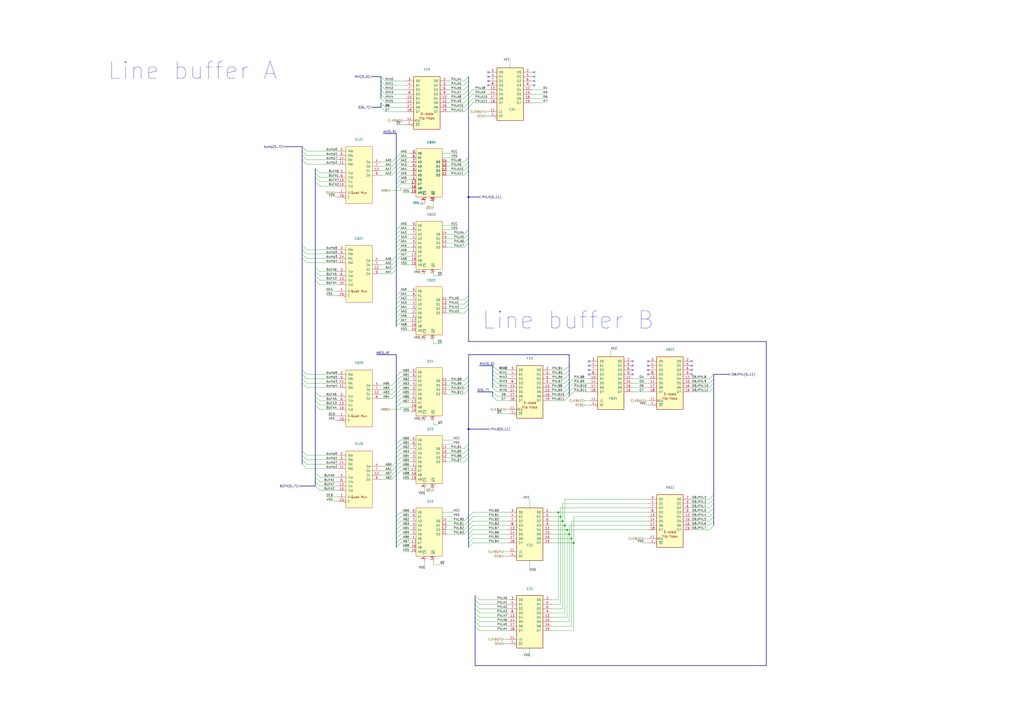
<source format=kicad_sch>
(kicad_sch (version 20211123) (generator eeschema)
  (paper "A2")
  (title_block (title "Kyukyoku Tiger -Bootleg-") (date "2022-04-29") (rev "J. Tejada") (company "JOTEGO") (comment 1 "JOTEGO"))
  (junction (at 327.66 304.8))
  (junction (at 330.2 309.88))
  (junction (at 325.12 299.72))
  (junction (at 271.78 248.92))
  (junction (at 332.74 314.96))
  (junction (at 323.85 297.18))
  (junction (at 271.78 114.3))
  (junction (at 328.93 307.34))
  (junction (at 331.47 312.42))
  (junction (at 326.39 302.26))
  (no_connect (at 283.21 49.53))
  (no_connect (at 367.03 212.09))
  (no_connect (at 309.88 44.45))
  (no_connect (at 283.21 46.99))
  (no_connect (at 341.63 217.17))
  (no_connect (at 375.92 214.63))
  (no_connect (at 375.92 212.09))
  (no_connect (at 309.88 46.99))
  (no_connect (at 401.32 209.55))
  (no_connect (at 341.63 214.63))
  (no_connect (at 341.63 212.09))
  (no_connect (at 309.88 49.53))
  (no_connect (at 401.32 212.09))
  (no_connect (at 283.21 41.91))
  (no_connect (at 401.32 214.63))
  (no_connect (at 375.92 209.55))
  (no_connect (at 401.32 217.17))
  (no_connect (at 375.92 217.17))
  (no_connect (at 309.88 41.91))
  (no_connect (at 367.03 217.17))
  (no_connect (at 341.63 209.55))
  (no_connect (at 283.21 44.45))
  (no_connect (at 367.03 209.55))
  (no_connect (at 367.03 214.63))
  (bus_entry (at 330.2 222.25) (size -2.54 2.54))
  (bus_entry (at 229.87 93.98) (size -2.54 2.54))
  (bus_entry (at 269.24 46.99) (size 2.54 -2.54))
  (bus_entry (at 271.78 171.45) (size -2.54 2.54))
  (bus_entry (at 288.29 214.63) (size -2.54 -2.54))
  (bus_entry (at 271.78 309.88) (size 2.54 -2.54))
  (bus_entry (at 271.78 218.44) (size -2.54 2.54))
  (bus_entry (at 175.26 266.7) (size 2.54 2.54))
  (bus_entry (at 223.52 46.99) (size -2.54 -2.54))
  (bus_entry (at 271.78 96.52) (size -2.54 2.54))
  (bus_entry (at 271.78 312.42) (size 2.54 -2.54))
  (bus_entry (at 271.78 49.53) (size -2.54 2.54))
  (bus_entry (at 229.87 140.97) (size 2.54 -2.54))
  (bus_entry (at 414.02 297.18) (size -2.54 2.54))
  (bus_entry (at 271.78 307.34) (size -2.54 2.54))
  (bus_entry (at 271.78 62.23) (size 2.54 -2.54))
  (bus_entry (at 185.42 162.56) (size -2.54 -2.54))
  (bus_entry (at 271.78 302.26) (size 2.54 -2.54))
  (bus_entry (at 229.87 148.59) (size -2.54 2.54))
  (bus_entry (at 414.02 299.72) (size -2.54 2.54))
  (bus_entry (at 229.87 231.14) (size 2.54 -2.54))
  (bus_entry (at 271.78 59.69) (size 2.54 -2.54))
  (bus_entry (at 229.87 218.44) (size 2.54 -2.54))
  (bus_entry (at 177.8 222.25) (size -2.54 -2.54))
  (bus_entry (at 185.42 276.86) (size -2.54 -2.54))
  (bus_entry (at 285.75 229.87) (size 2.54 2.54))
  (bus_entry (at 185.42 279.4) (size -2.54 -2.54))
  (bus_entry (at 185.42 105.41) (size -2.54 -2.54))
  (bus_entry (at 285.75 222.25) (size 2.54 2.54))
  (bus_entry (at 229.87 236.22) (size 2.54 -2.54))
  (bus_entry (at 185.42 234.95) (size -2.54 -2.54))
  (bus_entry (at 229.87 146.05) (size 2.54 -2.54))
  (bus_entry (at 414.02 289.56) (size -2.54 2.54))
  (bus_entry (at 220.98 62.23) (size 2.54 2.54))
  (bus_entry (at 229.87 273.05) (size 2.54 -2.54))
  (bus_entry (at 275.59 345.44) (size 2.54 2.54))
  (bus_entry (at 185.42 237.49) (size -2.54 -2.54))
  (bus_entry (at 229.87 138.43) (size 2.54 -2.54))
  (bus_entry (at 229.87 312.42) (size 2.54 -2.54))
  (bus_entry (at 177.8 224.79) (size -2.54 -2.54))
  (bus_entry (at 229.87 257.81) (size 2.54 -2.54))
  (bus_entry (at 271.78 262.89) (size -2.54 2.54))
  (bus_entry (at 229.87 106.68) (size 2.54 -2.54))
  (bus_entry (at 175.26 261.62) (size 2.54 2.54))
  (bus_entry (at 229.87 184.15) (size 2.54 -2.54))
  (bus_entry (at 269.24 140.97) (size 2.54 -2.54))
  (bus_entry (at 229.87 275.59) (size 2.54 -2.54))
  (bus_entry (at 229.87 273.05) (size -2.54 2.54))
  (bus_entry (at 185.42 102.87) (size -2.54 -2.54))
  (bus_entry (at 185.42 229.87) (size -2.54 -2.54))
  (bus_entry (at 220.98 59.69) (size 2.54 2.54))
  (bus_entry (at 275.59 360.68) (size 2.54 2.54))
  (bus_entry (at 229.87 233.68) (size 2.54 -2.54))
  (bus_entry (at 271.78 257.81) (size -2.54 2.54))
  (bus_entry (at 177.8 149.86) (size -2.54 -2.54))
  (bus_entry (at 227.33 226.06) (size 2.54 -2.54))
  (bus_entry (at 177.8 152.4) (size -2.54 -2.54))
  (bus_entry (at 414.02 217.17) (size -2.54 2.54))
  (bus_entry (at 229.87 275.59) (size -2.54 2.54))
  (bus_entry (at 269.24 138.43) (size 2.54 -2.54))
  (bus_entry (at 229.87 186.69) (size 2.54 -2.54))
  (bus_entry (at 271.78 91.44) (size -2.54 2.54))
  (bus_entry (at 229.87 171.45) (size 2.54 -2.54))
  (bus_entry (at 229.87 153.67) (size -2.54 2.54))
  (bus_entry (at 330.2 214.63) (size -2.54 2.54))
  (bus_entry (at 229.87 267.97) (size 2.54 -2.54))
  (bus_entry (at 414.02 302.26) (size -2.54 2.54))
  (bus_entry (at 220.98 46.99) (size 2.54 2.54))
  (bus_entry (at 229.87 265.43) (size 2.54 -2.54))
  (bus_entry (at 285.75 214.63) (size 2.54 2.54))
  (bus_entry (at 229.87 176.53) (size 2.54 -2.54))
  (bus_entry (at 271.78 93.98) (size -2.54 2.54))
  (bus_entry (at 185.42 100.33) (size -2.54 -2.54))
  (bus_entry (at 330.2 212.09) (size -2.54 2.54))
  (bus_entry (at 229.87 96.52) (size 2.54 -2.54))
  (bus_entry (at 275.59 358.14) (size 2.54 2.54))
  (bus_entry (at 271.78 223.52) (size -2.54 2.54))
  (bus_entry (at 175.26 87.63) (size 2.54 2.54))
  (bus_entry (at 414.02 219.71) (size -2.54 2.54))
  (bus_entry (at 229.87 307.34) (size 2.54 -2.54))
  (bus_entry (at 271.78 299.72) (size 2.54 -2.54))
  (bus_entry (at 271.78 220.98) (size -2.54 2.54))
  (bus_entry (at 229.87 267.97) (size -2.54 2.54))
  (bus_entry (at 185.42 157.48) (size -2.54 -2.54))
  (bus_entry (at 271.78 226.06) (size -2.54 2.54))
  (bus_entry (at 229.87 104.14) (size 2.54 -2.54))
  (bus_entry (at 229.87 228.6) (size 2.54 -2.54))
  (bus_entry (at 285.75 219.71) (size 2.54 2.54))
  (bus_entry (at 275.59 363.22) (size 2.54 2.54))
  (bus_entry (at 175.26 264.16) (size 2.54 2.54))
  (bus_entry (at 271.78 307.34) (size 2.54 -2.54))
  (bus_entry (at 271.78 46.99) (size -2.54 2.54))
  (bus_entry (at 330.2 217.17) (size -2.54 2.54))
  (bus_entry (at 185.42 281.94) (size -2.54 -2.54))
  (bus_entry (at 271.78 299.72) (size -2.54 2.54))
  (bus_entry (at 269.24 143.51) (size 2.54 -2.54))
  (bus_entry (at 229.87 260.35) (size 2.54 -2.54))
  (bus_entry (at 220.98 49.53) (size 2.54 2.54))
  (bus_entry (at 177.8 144.78) (size -2.54 -2.54))
  (bus_entry (at 229.87 220.98) (size 2.54 -2.54))
  (bus_entry (at 414.02 222.25) (size -2.54 2.54))
  (bus_entry (at 229.87 181.61) (size 2.54 -2.54))
  (bus_entry (at 229.87 317.5) (size 2.54 -2.54))
  (bus_entry (at 229.87 143.51) (size 2.54 -2.54))
  (bus_entry (at 269.24 135.89) (size 2.54 -2.54))
  (bus_entry (at 275.59 347.98) (size 2.54 2.54))
  (bus_entry (at 229.87 96.52) (size -2.54 2.54))
  (bus_entry (at 285.75 227.33) (size 2.54 2.54))
  (bus_entry (at 414.02 292.1) (size -2.54 2.54))
  (bus_entry (at 229.87 226.06) (size 2.54 -2.54))
  (bus_entry (at 220.98 52.07) (size 2.54 2.54))
  (bus_entry (at 229.87 133.35) (size 2.54 -2.54))
  (bus_entry (at 220.98 54.61) (size 2.54 2.54))
  (bus_entry (at 227.33 228.6) (size 2.54 -2.54))
  (bus_entry (at 271.78 314.96) (size 2.54 -2.54))
  (bus_entry (at 271.78 260.35) (size -2.54 2.54))
  (bus_entry (at 229.87 314.96) (size 2.54 -2.54))
  (bus_entry (at 275.59 350.52) (size 2.54 2.54))
  (bus_entry (at 177.8 217.17) (size -2.54 -2.54))
  (bus_entry (at 271.78 302.26) (size -2.54 2.54))
  (bus_entry (at 229.87 262.89) (size 2.54 -2.54))
  (bus_entry (at 271.78 52.07) (size -2.54 2.54))
  (bus_entry (at 330.2 219.71) (size -2.54 2.54))
  (bus_entry (at 220.98 57.15) (size 2.54 2.54))
  (bus_entry (at 332.74 222.25) (size -2.54 2.54))
  (bus_entry (at 229.87 91.44) (size 2.54 -2.54))
  (bus_entry (at 229.87 151.13) (size -2.54 2.54))
  (bus_entry (at 332.74 219.71) (size -2.54 2.54))
  (bus_entry (at 271.78 99.06) (size -2.54 2.54))
  (bus_entry (at 271.78 176.53) (size -2.54 2.54))
  (bus_entry (at 271.78 54.61) (size -2.54 2.54))
  (bus_entry (at 271.78 57.15) (size 2.54 -2.54))
  (bus_entry (at 271.78 54.61) (size 2.54 -2.54))
  (bus_entry (at 229.87 156.21) (size -2.54 2.54))
  (bus_entry (at 185.42 232.41) (size -2.54 -2.54))
  (bus_entry (at 229.87 302.26) (size 2.54 -2.54))
  (bus_entry (at 271.78 179.07) (size -2.54 2.54))
  (bus_entry (at 229.87 299.72) (size 2.54 -2.54))
  (bus_entry (at 229.87 173.99) (size 2.54 -2.54))
  (bus_entry (at 227.33 231.14) (size 2.54 -2.54))
  (bus_entry (at 414.02 287.02) (size -2.54 2.54))
  (bus_entry (at 414.02 304.8) (size -2.54 2.54))
  (bus_entry (at 271.78 59.69) (size -2.54 2.54))
  (bus_entry (at 227.33 223.52) (size 2.54 -2.54))
  (bus_entry (at 229.87 223.52) (size 2.54 -2.54))
  (bus_entry (at 229.87 99.06) (size -2.54 2.54))
  (bus_entry (at 414.02 294.64) (size -2.54 2.54))
  (bus_entry (at 177.8 147.32) (size -2.54 -2.54))
  (bus_entry (at 271.78 173.99) (size -2.54 2.54))
  (bus_entry (at 271.78 62.23) (size -2.54 2.54))
  (bus_entry (at 229.87 135.89) (size 2.54 -2.54))
  (bus_entry (at 285.75 224.79) (size 2.54 2.54))
  (bus_entry (at 229.87 148.59) (size 2.54 -2.54))
  (bus_entry (at 229.87 270.51) (size 2.54 -2.54))
  (bus_entry (at 175.26 92.71) (size 2.54 2.54))
  (bus_entry (at 330.2 224.79) (size -2.54 2.54))
  (bus_entry (at 275.59 353.06) (size 2.54 2.54))
  (bus_entry (at 185.42 107.95) (size -2.54 -2.54))
  (bus_entry (at 229.87 91.44) (size -2.54 2.54))
  (bus_entry (at 271.78 265.43) (size -2.54 2.54))
  (bus_entry (at 177.8 219.71) (size -2.54 -2.54))
  (bus_entry (at 175.26 85.09) (size 2.54 2.54))
  (bus_entry (at 229.87 109.22) (size 2.54 -2.54))
  (bus_entry (at 229.87 93.98) (size 2.54 -2.54))
  (bus_entry (at 285.75 217.17) (size 2.54 2.54))
  (bus_entry (at 229.87 151.13) (size 2.54 -2.54))
  (bus_entry (at 229.87 99.06) (size 2.54 -2.54))
  (bus_entry (at 229.87 309.88) (size 2.54 -2.54))
  (bus_entry (at 332.74 224.79) (size -2.54 2.54))
  (bus_entry (at 271.78 317.5) (size 2.54 -2.54))
  (bus_entry (at 414.02 224.79) (size -2.54 2.54))
  (bus_entry (at 330.2 227.33) (size -2.54 2.54))
  (bus_entry (at 229.87 270.51) (size -2.54 2.54))
  (bus_entry (at 175.26 90.17) (size 2.54 2.54))
  (bus_entry (at 185.42 165.1) (size -2.54 -2.54))
  (bus_entry (at 332.74 227.33) (size -2.54 2.54))
  (bus_entry (at 185.42 284.48) (size -2.54 -2.54))
  (bus_entry (at 271.78 57.15) (size -2.54 2.54))
  (bus_entry (at 229.87 101.6) (size 2.54 -2.54))
  (bus_entry (at 185.42 160.02) (size -2.54 -2.54))
  (bus_entry (at 229.87 304.8) (size 2.54 -2.54))
  (bus_entry (at 229.87 179.07) (size 2.54 -2.54))
  (bus_entry (at 271.78 304.8) (size 2.54 -2.54))
  (bus_entry (at 330.2 229.87) (size -2.54 2.54))
  (bus_entry (at 175.26 269.24) (size 2.54 2.54))
  (bus_entry (at 275.59 355.6) (size 2.54 2.54))
  (bus_entry (at 271.78 304.8) (size -2.54 2.54))
  (bus_entry (at 229.87 189.23) (size 2.54 -2.54))
  (wire (pts (xy 375.92 312.42) (xy 373.38 312.42)))
  (wire (pts (xy 220.98 223.52) (xy 227.33 223.52)))
  (bus (pts (xy 220.98 54.61) (xy 220.98 57.15)))
  (wire (pts (xy 220.98 231.14) (xy 227.33 231.14)))
  (wire (pts (xy 185.42 276.86) (xy 195.58 276.86)))
  (wire (pts (xy 327.66 227.33) (xy 320.04 227.33)))
  (bus (pts (xy 414.02 217.17) (xy 422.91 217.17)))
  (bus (pts (xy 229.87 309.88) (xy 229.87 312.42)))
  (bus (pts (xy 271.78 205.74) (xy 330.2 205.74)))
  (wire (pts (xy 223.52 49.53) (xy 234.95 49.53)))
  (wire (pts (xy 185.42 232.41) (xy 195.58 232.41)))
  (wire (pts (xy 251.46 325.12) (xy 251.46 327.66)))
  (bus (pts (xy 271.78 138.43) (xy 271.78 140.97)))
  (wire (pts (xy 185.42 102.87) (xy 195.58 102.87)))
  (wire (pts (xy 259.08 176.53) (xy 269.24 176.53)))
  (wire (pts (xy 232.41 215.9) (xy 238.76 215.9)))
  (bus (pts (xy 414.02 294.64) (xy 414.02 297.18)))
  (wire (pts (xy 227.33 158.75) (xy 220.98 158.75)))
  (wire (pts (xy 328.93 307.34) (xy 320.04 307.34)))
  (wire (pts (xy 256.54 257.81) (xy 262.89 257.81)))
  (wire (pts (xy 331.47 312.42) (xy 331.47 363.22)))
  (wire (pts (xy 220.98 228.6) (xy 227.33 228.6)))
  (bus (pts (xy 220.98 46.99) (xy 220.98 49.53)))
  (wire (pts (xy 256.54 91.44) (xy 265.43 91.44)))
  (wire (pts (xy 332.74 299.72) (xy 332.74 314.96)))
  (bus (pts (xy 271.78 114.3) (xy 271.78 133.35)))
  (bus (pts (xy 175.26 144.78) (xy 175.26 147.32)))
  (bus (pts (xy 285.75 227.33) (xy 285.75 229.87)))
  (wire (pts (xy 320.04 214.63) (xy 327.66 214.63)))
  (wire (pts (xy 185.42 234.95) (xy 195.58 234.95)))
  (bus (pts (xy 229.87 109.22) (xy 229.87 133.35)))
  (wire (pts (xy 269.24 62.23) (xy 260.35 62.23)))
  (wire (pts (xy 233.68 275.59) (xy 238.76 275.59)))
  (wire (pts (xy 232.41 99.06) (xy 238.76 99.06)))
  (wire (pts (xy 332.74 314.96) (xy 332.74 365.76)))
  (bus (pts (xy 414.02 219.71) (xy 414.02 222.25)))
  (wire (pts (xy 354.33 207.01) (xy 354.33 203.2)))
  (wire (pts (xy 232.41 93.98) (xy 238.76 93.98)))
  (bus (pts (xy 275.59 355.6) (xy 275.59 358.14)))
  (wire (pts (xy 330.2 309.88) (xy 330.2 360.68)))
  (wire (pts (xy 185.42 162.56) (xy 195.58 162.56)))
  (bus (pts (xy 271.78 46.99) (xy 271.78 49.53)))
  (bus (pts (xy 175.26 214.63) (xy 175.26 217.17)))
  (bus (pts (xy 414.02 217.17) (xy 414.02 219.71)))
  (wire (pts (xy 331.47 363.22) (xy 320.04 363.22)))
  (bus (pts (xy 271.78 218.44) (xy 271.78 220.98)))
  (wire (pts (xy 325.12 294.64) (xy 325.12 299.72)))
  (wire (pts (xy 232.41 228.6) (xy 238.76 228.6)))
  (wire (pts (xy 323.85 297.18) (xy 323.85 347.98)))
  (wire (pts (xy 274.32 307.34) (xy 294.64 307.34)))
  (wire (pts (xy 401.32 224.79) (xy 411.48 224.79)))
  (bus (pts (xy 330.2 214.63) (xy 330.2 217.17)))
  (wire (pts (xy 374.65 232.41) (xy 375.92 232.41)))
  (bus (pts (xy 229.87 314.96) (xy 229.87 317.5)))
  (bus (pts (xy 229.87 138.43) (xy 229.87 140.97)))
  (wire (pts (xy 288.29 240.03) (xy 294.64 240.03)))
  (bus (pts (xy 182.88 276.86) (xy 182.88 279.4)))
  (wire (pts (xy 332.74 219.71) (xy 341.63 219.71)))
  (bus (pts (xy 229.87 304.8) (xy 229.87 307.34)))
  (bus (pts (xy 330.2 212.09) (xy 330.2 214.63)))
  (wire (pts (xy 232.41 314.96) (xy 238.76 314.96)))
  (wire (pts (xy 232.41 226.06) (xy 238.76 226.06)))
  (wire (pts (xy 256.54 130.81) (xy 265.43 130.81)))
  (wire (pts (xy 308.61 41.91) (xy 309.88 41.91)))
  (bus (pts (xy 414.02 302.26) (xy 414.02 304.8)))
  (wire (pts (xy 220.98 270.51) (xy 227.33 270.51)))
  (wire (pts (xy 320.04 222.25) (xy 327.66 222.25)))
  (bus (pts (xy 414.02 292.1) (xy 414.02 294.64)))
  (wire (pts (xy 223.52 64.77) (xy 234.95 64.77)))
  (wire (pts (xy 177.8 264.16) (xy 195.58 264.16)))
  (wire (pts (xy 401.32 227.33) (xy 411.48 227.33)))
  (wire (pts (xy 328.93 358.14) (xy 320.04 358.14)))
  (bus (pts (xy 330.2 217.17) (xy 330.2 219.71)))
  (wire (pts (xy 189.23 288.29) (xy 195.58 288.29)))
  (bus (pts (xy 271.78 49.53) (xy 271.78 52.07)))
  (bus (pts (xy 182.88 234.95) (xy 182.88 274.32)))
  (wire (pts (xy 232.41 233.68) (xy 238.76 233.68)))
  (wire (pts (xy 232.41 179.07) (xy 238.76 179.07)))
  (wire (pts (xy 232.41 91.44) (xy 238.76 91.44)))
  (wire (pts (xy 401.32 294.64) (xy 411.48 294.64)))
  (bus (pts (xy 220.98 44.45) (xy 220.98 46.99)))
  (wire (pts (xy 246.38 196.85) (xy 243.84 196.85)))
  (wire (pts (xy 320.04 314.96) (xy 332.74 314.96)))
  (wire (pts (xy 274.32 312.42) (xy 294.64 312.42)))
  (wire (pts (xy 232.41 299.72) (xy 238.76 299.72)))
  (bus (pts (xy 175.26 92.71) (xy 175.26 142.24)))
  (wire (pts (xy 260.35 46.99) (xy 269.24 46.99)))
  (wire (pts (xy 232.41 267.97) (xy 238.76 267.97)))
  (wire (pts (xy 328.93 307.34) (xy 375.92 307.34)))
  (bus (pts (xy 215.9 44.45) (xy 220.98 44.45)))
  (wire (pts (xy 246.38 158.75) (xy 243.84 158.75)))
  (bus (pts (xy 285.75 222.25) (xy 285.75 224.79)))
  (bus (pts (xy 271.78 299.72) (xy 271.78 302.26)))
  (wire (pts (xy 177.8 271.78) (xy 195.58 271.78)))
  (wire (pts (xy 232.41 236.22) (xy 238.76 236.22)))
  (wire (pts (xy 308.61 52.07) (xy 314.96 52.07)))
  (wire (pts (xy 232.41 297.18) (xy 238.76 297.18)))
  (bus (pts (xy 182.88 229.87) (xy 182.88 232.41)))
  (bus (pts (xy 229.87 307.34) (xy 229.87 309.88)))
  (wire (pts (xy 232.41 273.05) (xy 238.76 273.05)))
  (wire (pts (xy 177.8 87.63) (xy 195.58 87.63)))
  (wire (pts (xy 278.13 350.52) (xy 294.64 350.52)))
  (wire (pts (xy 223.52 62.23) (xy 234.95 62.23)))
  (wire (pts (xy 411.48 307.34) (xy 401.32 307.34)))
  (bus (pts (xy 229.87 228.6) (xy 229.87 231.14)))
  (wire (pts (xy 232.41 168.91) (xy 238.76 168.91)))
  (wire (pts (xy 177.8 144.78) (xy 195.58 144.78)))
  (bus (pts (xy 229.87 236.22) (xy 229.87 257.81)))
  (wire (pts (xy 278.13 365.76) (xy 294.64 365.76)))
  (bus (pts (xy 182.88 279.4) (xy 182.88 281.94)))
  (wire (pts (xy 232.41 110.49) (xy 226.06 110.49)))
  (wire (pts (xy 320.04 299.72) (xy 325.12 299.72)))
  (bus (pts (xy 229.87 101.6) (xy 229.87 104.14)))
  (bus (pts (xy 271.78 262.89) (xy 271.78 265.43)))
  (bus (pts (xy 182.88 157.48) (xy 182.88 160.02)))
  (wire (pts (xy 259.08 179.07) (xy 269.24 179.07)))
  (wire (pts (xy 194.31 111.76) (xy 195.58 111.76)))
  (wire (pts (xy 269.24 135.89) (xy 259.08 135.89)))
  (wire (pts (xy 251.46 243.84) (xy 251.46 246.38)))
  (wire (pts (xy 269.24 57.15) (xy 260.35 57.15)))
  (wire (pts (xy 177.8 152.4) (xy 195.58 152.4)))
  (wire (pts (xy 278.13 360.68) (xy 294.64 360.68)))
  (bus (pts (xy 271.78 44.45) (xy 271.78 46.99)))
  (bus (pts (xy 271.78 304.8) (xy 271.78 307.34)))
  (bus (pts (xy 229.87 302.26) (xy 229.87 304.8)))
  (wire (pts (xy 232.41 220.98) (xy 238.76 220.98)))
  (wire (pts (xy 232.41 143.51) (xy 238.76 143.51)))
  (wire (pts (xy 292.1 322.58) (xy 294.64 322.58)))
  (wire (pts (xy 341.63 234.95) (xy 339.09 234.95)))
  (bus (pts (xy 275.59 347.98) (xy 275.59 350.52)))
  (wire (pts (xy 259.08 262.89) (xy 269.24 262.89)))
  (wire (pts (xy 259.08 267.97) (xy 269.24 267.97)))
  (wire (pts (xy 375.92 314.96) (xy 373.38 314.96)))
  (wire (pts (xy 185.42 157.48) (xy 195.58 157.48)))
  (wire (pts (xy 320.04 309.88) (xy 330.2 309.88)))
  (wire (pts (xy 269.24 59.69) (xy 260.35 59.69)))
  (bus (pts (xy 229.87 143.51) (xy 229.87 146.05)))
  (bus (pts (xy 275.59 350.52) (xy 275.59 353.06)))
  (wire (pts (xy 232.41 265.43) (xy 238.76 265.43)))
  (bus (pts (xy 229.87 153.67) (xy 229.87 156.21)))
  (bus (pts (xy 175.26 222.25) (xy 175.26 261.62)))
  (wire (pts (xy 294.64 373.38) (xy 292.1 373.38)))
  (wire (pts (xy 331.47 312.42) (xy 320.04 312.42)))
  (wire (pts (xy 288.29 217.17) (xy 294.64 217.17)))
  (bus (pts (xy 182.88 100.33) (xy 182.88 102.87)))
  (bus (pts (xy 175.26 149.86) (xy 175.26 214.63)))
  (wire (pts (xy 232.41 148.59) (xy 238.76 148.59)))
  (wire (pts (xy 294.64 370.84) (xy 292.1 370.84)))
  (wire (pts (xy 259.08 302.26) (xy 269.24 302.26)))
  (bus (pts (xy 229.87 262.89) (xy 229.87 265.43)))
  (wire (pts (xy 232.41 171.45) (xy 238.76 171.45)))
  (wire (pts (xy 256.54 299.72) (xy 262.89 299.72)))
  (wire (pts (xy 259.08 260.35) (xy 269.24 260.35)))
  (bus (pts (xy 229.87 173.99) (xy 229.87 176.53)))
  (bus (pts (xy 275.59 353.06) (xy 275.59 355.6)))
  (wire (pts (xy 269.24 223.52) (xy 259.08 223.52)))
  (wire (pts (xy 323.85 297.18) (xy 320.04 297.18)))
  (wire (pts (xy 259.08 307.34) (xy 269.24 307.34)))
  (bus (pts (xy 330.2 224.79) (xy 330.2 227.33)))
  (wire (pts (xy 223.52 57.15) (xy 234.95 57.15)))
  (wire (pts (xy 259.08 93.98) (xy 269.24 93.98)))
  (bus (pts (xy 271.78 314.96) (xy 271.78 317.5)))
  (wire (pts (xy 256.54 255.27) (xy 262.89 255.27)))
  (bus (pts (xy 285.75 219.71) (xy 285.75 222.25)))
  (bus (pts (xy 414.02 289.56) (xy 414.02 292.1)))
  (wire (pts (xy 177.8 149.86) (xy 195.58 149.86)))
  (wire (pts (xy 220.98 226.06) (xy 227.33 226.06)))
  (bus (pts (xy 229.87 176.53) (xy 229.87 179.07)))
  (wire (pts (xy 259.08 101.6) (xy 269.24 101.6)))
  (wire (pts (xy 223.52 59.69) (xy 234.95 59.69)))
  (wire (pts (xy 185.42 237.49) (xy 195.58 237.49)))
  (wire (pts (xy 220.98 275.59) (xy 227.33 275.59)))
  (wire (pts (xy 255.27 327.66) (xy 251.46 327.66)))
  (wire (pts (xy 233.68 238.76) (xy 238.76 238.76)))
  (bus (pts (xy 271.78 223.52) (xy 271.78 226.06)))
  (bus (pts (xy 271.78 179.07) (xy 271.78 198.12)))
  (bus (pts (xy 175.26 85.09) (xy 175.26 87.63)))
  (wire (pts (xy 328.93 307.34) (xy 328.93 358.14)))
  (wire (pts (xy 259.08 173.99) (xy 269.24 173.99)))
  (bus (pts (xy 175.26 264.16) (xy 175.26 266.7)))
  (wire (pts (xy 375.92 292.1) (xy 326.39 292.1)))
  (wire (pts (xy 256.54 160.02) (xy 251.46 160.02)))
  (bus (pts (xy 330.2 222.25) (xy 330.2 224.79)))
  (bus (pts (xy 271.78 140.97) (xy 271.78 171.45)))
  (wire (pts (xy 278.13 363.22) (xy 294.64 363.22)))
  (bus (pts (xy 229.87 265.43) (xy 229.87 267.97)))
  (wire (pts (xy 283.21 59.69) (xy 274.32 59.69)))
  (wire (pts (xy 288.29 222.25) (xy 294.64 222.25)))
  (bus (pts (xy 229.87 171.45) (xy 229.87 173.99)))
  (bus (pts (xy 229.87 99.06) (xy 229.87 101.6)))
  (wire (pts (xy 232.41 184.15) (xy 238.76 184.15)))
  (wire (pts (xy 308.61 44.45) (xy 309.88 44.45)))
  (wire (pts (xy 260.35 52.07) (xy 269.24 52.07)))
  (wire (pts (xy 307.34 375.92) (xy 307.34 381)))
  (wire (pts (xy 185.42 105.41) (xy 195.58 105.41)))
  (wire (pts (xy 232.41 135.89) (xy 238.76 135.89)))
  (bus (pts (xy 229.87 186.69) (xy 229.87 189.23)))
  (bus (pts (xy 182.88 105.41) (xy 182.88 154.94)))
  (wire (pts (xy 375.92 294.64) (xy 325.12 294.64)))
  (wire (pts (xy 177.8 147.32) (xy 195.58 147.32)))
  (wire (pts (xy 227.33 93.98) (xy 220.98 93.98)))
  (bus (pts (xy 229.87 275.59) (xy 229.87 299.72)))
  (wire (pts (xy 243.84 243.84) (xy 246.38 243.84)))
  (bus (pts (xy 229.87 223.52) (xy 229.87 226.06)))
  (wire (pts (xy 232.41 88.9) (xy 238.76 88.9)))
  (wire (pts (xy 185.42 284.48) (xy 195.58 284.48)))
  (wire (pts (xy 331.47 302.26) (xy 375.92 302.26)))
  (wire (pts (xy 325.12 350.52) (xy 320.04 350.52)))
  (bus (pts (xy 229.87 104.14) (xy 229.87 106.68)))
  (wire (pts (xy 274.32 299.72) (xy 294.64 299.72)))
  (bus (pts (xy 275.59 363.22) (xy 275.59 386.08)))
  (bus (pts (xy 271.78 54.61) (xy 271.78 57.15)))
  (bus (pts (xy 285.75 217.17) (xy 285.75 219.71)))
  (bus (pts (xy 229.87 151.13) (xy 229.87 153.67)))
  (wire (pts (xy 177.8 92.71) (xy 195.58 92.71)))
  (wire (pts (xy 185.42 100.33) (xy 195.58 100.33)))
  (wire (pts (xy 246.38 325.12) (xy 246.38 330.2)))
  (bus (pts (xy 414.02 299.72) (xy 414.02 302.26)))
  (wire (pts (xy 223.52 54.61) (xy 234.95 54.61)))
  (wire (pts (xy 227.33 99.06) (xy 220.98 99.06)))
  (bus (pts (xy 229.87 148.59) (xy 229.87 151.13)))
  (wire (pts (xy 332.74 224.79) (xy 341.63 224.79)))
  (wire (pts (xy 367.03 222.25) (xy 375.92 222.25)))
  (bus (pts (xy 175.26 219.71) (xy 175.26 222.25)))
  (wire (pts (xy 251.46 246.38) (xy 254 246.38)))
  (wire (pts (xy 288.29 214.63) (xy 294.64 214.63)))
  (bus (pts (xy 175.26 266.7) (xy 175.26 269.24)))
  (wire (pts (xy 177.8 90.17) (xy 195.58 90.17)))
  (wire (pts (xy 185.42 279.4) (xy 195.58 279.4)))
  (wire (pts (xy 308.61 46.99) (xy 309.88 46.99)))
  (wire (pts (xy 411.48 302.26) (xy 401.32 302.26)))
  (wire (pts (xy 259.08 265.43) (xy 269.24 265.43)))
  (bus (pts (xy 182.88 227.33) (xy 182.88 229.87)))
  (bus (pts (xy 271.78 96.52) (xy 271.78 99.06)))
  (bus (pts (xy 278.13 114.3) (xy 271.78 114.3)))
  (wire (pts (xy 401.32 222.25) (xy 411.48 222.25)))
  (bus (pts (xy 271.78 171.45) (xy 271.78 173.99)))
  (wire (pts (xy 330.2 309.88) (xy 330.2 304.8)))
  (wire (pts (xy 232.41 304.8) (xy 238.76 304.8)))
  (wire (pts (xy 327.66 232.41) (xy 320.04 232.41)))
  (wire (pts (xy 269.24 143.51) (xy 259.08 143.51)))
  (bus (pts (xy 229.87 91.44) (xy 229.87 93.98)))
  (wire (pts (xy 259.08 96.52) (xy 269.24 96.52)))
  (wire (pts (xy 283.21 64.77) (xy 281.94 64.77)))
  (wire (pts (xy 260.35 54.61) (xy 269.24 54.61)))
  (bus (pts (xy 271.78 307.34) (xy 271.78 309.88)))
  (wire (pts (xy 220.98 273.05) (xy 227.33 273.05)))
  (wire (pts (xy 278.13 358.14) (xy 294.64 358.14)))
  (wire (pts (xy 232.41 302.26) (xy 238.76 302.26)))
  (wire (pts (xy 229.87 72.39) (xy 234.95 72.39)))
  (wire (pts (xy 293.37 237.49) (xy 294.64 237.49)))
  (bus (pts (xy 229.87 133.35) (xy 229.87 135.89)))
  (bus (pts (xy 278.13 212.09) (xy 285.75 212.09)))
  (wire (pts (xy 323.85 297.18) (xy 375.92 297.18)))
  (wire (pts (xy 269.24 140.97) (xy 259.08 140.97)))
  (wire (pts (xy 295.91 39.37) (xy 295.91 35.56)))
  (bus (pts (xy 229.87 226.06) (xy 229.87 228.6)))
  (wire (pts (xy 193.04 290.83) (xy 195.58 290.83)))
  (bus (pts (xy 229.87 106.68) (xy 229.87 109.22)))
  (wire (pts (xy 367.03 219.71) (xy 375.92 219.71)))
  (wire (pts (xy 177.8 224.79) (xy 195.58 224.79)))
  (bus (pts (xy 220.98 59.69) (xy 220.98 62.23)))
  (wire (pts (xy 260.35 49.53) (xy 269.24 49.53)))
  (wire (pts (xy 411.48 299.72) (xy 401.32 299.72)))
  (wire (pts (xy 194.31 243.84) (xy 195.58 243.84)))
  (wire (pts (xy 320.04 302.26) (xy 326.39 302.26)))
  (wire (pts (xy 326.39 292.1) (xy 326.39 302.26)))
  (wire (pts (xy 223.52 52.07) (xy 234.95 52.07)))
  (bus (pts (xy 444.5 198.12) (xy 444.5 386.08)))
  (wire (pts (xy 177.8 266.7) (xy 195.58 266.7)))
  (wire (pts (xy 307.34 325.12) (xy 307.34 331.47)))
  (wire (pts (xy 308.61 59.69) (xy 314.96 59.69)))
  (bus (pts (xy 229.87 205.74) (xy 218.44 205.74)))
  (bus (pts (xy 229.87 96.52) (xy 229.87 99.06)))
  (bus (pts (xy 330.2 205.74) (xy 330.2 212.09)))
  (wire (pts (xy 185.42 281.94) (xy 195.58 281.94)))
  (wire (pts (xy 177.8 95.25) (xy 195.58 95.25)))
  (bus (pts (xy 229.87 156.21) (xy 229.87 171.45)))
  (bus (pts (xy 182.88 154.94) (xy 182.88 157.48)))
  (wire (pts (xy 232.41 153.67) (xy 238.76 153.67)))
  (bus (pts (xy 271.78 52.07) (xy 271.78 54.61)))
  (bus (pts (xy 229.87 179.07) (xy 229.87 181.61)))
  (wire (pts (xy 274.32 302.26) (xy 294.64 302.26)))
  (wire (pts (xy 326.39 353.06) (xy 320.04 353.06)))
  (bus (pts (xy 271.78 62.23) (xy 271.78 91.44)))
  (wire (pts (xy 269.24 226.06) (xy 259.08 226.06)))
  (bus (pts (xy 182.88 160.02) (xy 182.88 162.56)))
  (wire (pts (xy 269.24 64.77) (xy 260.35 64.77)))
  (wire (pts (xy 246.38 118.11) (xy 246.38 116.84)))
  (bus (pts (xy 271.78 205.74) (xy 271.78 218.44)))
  (wire (pts (xy 227.33 156.21) (xy 220.98 156.21)))
  (bus (pts (xy 229.87 273.05) (xy 229.87 275.59)))
  (wire (pts (xy 232.41 270.51) (xy 238.76 270.51)))
  (wire (pts (xy 185.42 165.1) (xy 195.58 165.1)))
  (bus (pts (xy 271.78 265.43) (xy 271.78 299.72)))
  (wire (pts (xy 308.61 54.61) (xy 314.96 54.61)))
  (wire (pts (xy 274.32 297.18) (xy 294.64 297.18)))
  (wire (pts (xy 283.21 67.31) (xy 281.94 67.31)))
  (bus (pts (xy 175.26 142.24) (xy 175.26 144.78)))
  (bus (pts (xy 229.87 93.98) (xy 229.87 96.52)))
  (wire (pts (xy 288.29 227.33) (xy 294.64 227.33)))
  (wire (pts (xy 227.33 151.13) (xy 220.98 151.13)))
  (bus (pts (xy 229.87 267.97) (xy 229.87 270.51)))
  (wire (pts (xy 288.29 224.79) (xy 294.64 224.79)))
  (wire (pts (xy 185.42 160.02) (xy 195.58 160.02)))
  (bus (pts (xy 220.98 52.07) (xy 220.98 54.61)))
  (wire (pts (xy 185.42 229.87) (xy 195.58 229.87)))
  (bus (pts (xy 271.78 312.42) (xy 271.78 314.96)))
  (bus (pts (xy 271.78 198.12) (xy 444.5 198.12)))
  (wire (pts (xy 190.5 241.3) (xy 195.58 241.3)))
  (bus (pts (xy 271.78 93.98) (xy 271.78 96.52)))
  (bus (pts (xy 229.87 231.14) (xy 229.87 233.68)))
  (bus (pts (xy 271.78 91.44) (xy 271.78 93.98)))
  (bus (pts (xy 182.88 232.41) (xy 182.88 234.95)))
  (wire (pts (xy 194.31 114.3) (xy 195.58 114.3)))
  (wire (pts (xy 341.63 232.41) (xy 339.09 232.41)))
  (wire (pts (xy 251.46 196.85) (xy 251.46 199.39)))
  (bus (pts (xy 229.87 218.44) (xy 229.87 220.98)))
  (wire (pts (xy 232.41 176.53) (xy 238.76 176.53)))
  (wire (pts (xy 251.46 116.84) (xy 251.46 120.65)))
  (wire (pts (xy 274.32 309.88) (xy 294.64 309.88)))
  (wire (pts (xy 232.41 104.14) (xy 238.76 104.14)))
  (wire (pts (xy 401.32 292.1) (xy 411.48 292.1)))
  (wire (pts (xy 278.13 347.98) (xy 294.64 347.98)))
  (wire (pts (xy 232.41 218.44) (xy 238.76 218.44)))
  (wire (pts (xy 232.41 151.13) (xy 238.76 151.13)))
  (wire (pts (xy 256.54 88.9) (xy 265.43 88.9)))
  (wire (pts (xy 320.04 365.76) (xy 332.74 365.76)))
  (wire (pts (xy 259.08 309.88) (xy 269.24 309.88)))
  (wire (pts (xy 251.46 283.21) (xy 251.46 284.48)))
  (wire (pts (xy 374.65 234.95) (xy 375.92 234.95)))
  (bus (pts (xy 414.02 287.02) (xy 414.02 289.56)))
  (bus (pts (xy 220.98 62.23) (xy 215.9 62.23)))
  (wire (pts (xy 232.41 109.22) (xy 238.76 109.22)))
  (wire (pts (xy 292.1 320.04) (xy 294.64 320.04)))
  (wire (pts (xy 232.41 236.22) (xy 232.41 237.49)))
  (wire (pts (xy 232.41 140.97) (xy 238.76 140.97)))
  (wire (pts (xy 256.54 133.35) (xy 265.43 133.35)))
  (bus (pts (xy 229.87 77.47) (xy 229.87 91.44)))
  (wire (pts (xy 223.52 46.99) (xy 234.95 46.99)))
  (wire (pts (xy 288.29 232.41) (xy 294.64 232.41)))
  (wire (pts (xy 232.41 231.14) (xy 238.76 231.14)))
  (wire (pts (xy 274.32 304.8) (xy 294.64 304.8)))
  (bus (pts (xy 271.78 220.98) (xy 271.78 223.52)))
  (wire (pts (xy 308.61 49.53) (xy 309.88 49.53)))
  (wire (pts (xy 232.41 96.52) (xy 238.76 96.52)))
  (bus (pts (xy 182.88 281.94) (xy 173.99 281.94)))
  (wire (pts (xy 232.41 189.23) (xy 238.76 189.23)))
  (bus (pts (xy 229.87 135.89) (xy 229.87 138.43)))
  (bus (pts (xy 182.88 274.32) (xy 182.88 276.86)))
  (wire (pts (xy 232.41 173.99) (xy 238.76 173.99)))
  (bus (pts (xy 330.2 219.71) (xy 330.2 222.25)))
  (wire (pts (xy 320.04 217.17) (xy 327.66 217.17)))
  (wire (pts (xy 367.03 227.33) (xy 375.92 227.33)))
  (bus (pts (xy 275.59 345.44) (xy 275.59 347.98)))
  (wire (pts (xy 232.41 260.35) (xy 238.76 260.35)))
  (bus (pts (xy 271.78 176.53) (xy 271.78 179.07)))
  (bus (pts (xy 229.87 312.42) (xy 229.87 314.96)))
  (wire (pts (xy 278.13 355.6) (xy 294.64 355.6)))
  (wire (pts (xy 220.98 278.13) (xy 227.33 278.13)))
  (bus (pts (xy 175.26 261.62) (xy 175.26 264.16)))
  (wire (pts (xy 269.24 228.6) (xy 259.08 228.6)))
  (bus (pts (xy 229.87 77.47) (xy 222.25 77.47)))
  (bus (pts (xy 220.98 49.53) (xy 220.98 52.07)))
  (bus (pts (xy 182.88 102.87) (xy 182.88 105.41)))
  (wire (pts (xy 232.41 186.69) (xy 238.76 186.69)))
  (wire (pts (xy 331.47 312.42) (xy 331.47 302.26)))
  (bus (pts (xy 271.78 257.81) (xy 271.78 260.35)))
  (wire (pts (xy 189.23 171.45) (xy 195.58 171.45)))
  (wire (pts (xy 320.04 355.6) (xy 327.66 355.6)))
  (wire (pts (xy 232.41 133.35) (xy 238.76 133.35)))
  (bus (pts (xy 271.78 135.89) (xy 271.78 138.43)))
  (wire (pts (xy 327.66 289.56) (xy 327.66 304.8)))
  (bus (pts (xy 285.75 212.09) (xy 285.75 214.63)))
  (wire (pts (xy 332.74 227.33) (xy 341.63 227.33)))
  (bus (pts (xy 229.87 257.81) (xy 229.87 260.35)))
  (wire (pts (xy 375.92 289.56) (xy 327.66 289.56)))
  (bus (pts (xy 271.78 248.92) (xy 271.78 257.81)))
  (wire (pts (xy 232.41 307.34) (xy 238.76 307.34)))
  (bus (pts (xy 175.26 217.17) (xy 175.26 219.71)))
  (wire (pts (xy 233.68 320.04) (xy 238.76 320.04)))
  (wire (pts (xy 232.41 312.42) (xy 238.76 312.42)))
  (bus (pts (xy 271.78 173.99) (xy 271.78 176.53)))
  (bus (pts (xy 271.78 133.35) (xy 271.78 135.89)))
  (wire (pts (xy 274.32 314.96) (xy 294.64 314.96)))
  (wire (pts (xy 307.34 294.64) (xy 307.34 289.56)))
  (bus (pts (xy 275.59 360.68) (xy 275.59 363.22)))
  (wire (pts (xy 411.48 304.8) (xy 401.32 304.8)))
  (bus (pts (xy 271.78 302.26) (xy 271.78 304.8)))
  (wire (pts (xy 233.68 278.13) (xy 238.76 278.13)))
  (wire (pts (xy 232.41 255.27) (xy 238.76 255.27)))
  (wire (pts (xy 330.2 304.8) (xy 375.92 304.8)))
  (wire (pts (xy 401.32 289.56) (xy 411.48 289.56)))
  (bus (pts (xy 414.02 222.25) (xy 414.02 224.79)))
  (wire (pts (xy 232.41 191.77) (xy 238.76 191.77)))
  (wire (pts (xy 232.41 146.05) (xy 238.76 146.05)))
  (wire (pts (xy 232.41 309.88) (xy 238.76 309.88)))
  (bus (pts (xy 229.87 220.98) (xy 229.87 223.52)))
  (wire (pts (xy 288.29 219.71) (xy 294.64 219.71)))
  (wire (pts (xy 233.68 111.76) (xy 238.76 111.76)))
  (bus (pts (xy 229.87 270.51) (xy 229.87 273.05)))
  (bus (pts (xy 165.1 85.09) (xy 175.26 85.09)))
  (bus (pts (xy 229.87 140.97) (xy 229.87 143.51)))
  (wire (pts (xy 308.61 57.15) (xy 314.96 57.15)))
  (bus (pts (xy 414.02 297.18) (xy 414.02 299.72)))
  (wire (pts (xy 177.8 219.71) (xy 195.58 219.71)))
  (wire (pts (xy 283.21 52.07) (xy 274.32 52.07)))
  (wire (pts (xy 326.39 302.26) (xy 326.39 353.06)))
  (wire (pts (xy 233.68 317.5) (xy 238.76 317.5)))
  (bus (pts (xy 229.87 181.61) (xy 229.87 184.15)))
  (wire (pts (xy 401.32 219.71) (xy 411.48 219.71)))
  (bus (pts (xy 271.78 57.15) (xy 271.78 59.69)))
  (wire (pts (xy 367.03 224.79) (xy 375.92 224.79)))
  (wire (pts (xy 320.04 347.98) (xy 323.85 347.98)))
  (bus (pts (xy 229.87 260.35) (xy 229.87 262.89)))
  (bus (pts (xy 283.21 248.92) (xy 271.78 248.92)))
  (wire (pts (xy 232.41 101.6) (xy 238.76 101.6)))
  (bus (pts (xy 271.78 309.88) (xy 271.78 312.42)))
  (bus (pts (xy 276.86 227.33) (xy 285.75 227.33)))
  (bus (pts (xy 175.26 87.63) (xy 175.26 90.17)))
  (wire (pts (xy 320.04 219.71) (xy 327.66 219.71)))
  (wire (pts (xy 259.08 181.61) (xy 269.24 181.61)))
  (wire (pts (xy 232.41 130.81) (xy 238.76 130.81)))
  (wire (pts (xy 259.08 304.8) (xy 269.24 304.8)))
  (wire (pts (xy 227.33 153.67) (xy 220.98 153.67)))
  (wire (pts (xy 375.92 299.72) (xy 332.74 299.72)))
  (wire (pts (xy 233.68 69.85) (xy 234.95 69.85)))
  (bus (pts (xy 275.59 358.14) (xy 275.59 360.68)))
  (bus (pts (xy 175.26 147.32) (xy 175.26 149.86)))
  (wire (pts (xy 283.21 57.15) (xy 274.32 57.15)))
  (bus (pts (xy 229.87 233.68) (xy 229.87 236.22)))
  (bus (pts (xy 175.26 90.17) (xy 175.26 92.71)))
  (bus (pts (xy 271.78 260.35) (xy 271.78 262.89)))
  (wire (pts (xy 232.41 138.43) (xy 238.76 138.43)))
  (wire (pts (xy 327.66 224.79) (xy 320.04 224.79)))
  (wire (pts (xy 177.8 222.25) (xy 195.58 222.25)))
  (wire (pts (xy 232.41 262.89) (xy 238.76 262.89)))
  (wire (pts (xy 332.74 222.25) (xy 341.63 222.25)))
  (wire (pts (xy 269.24 138.43) (xy 259.08 138.43)))
  (bus (pts (xy 229.87 184.15) (xy 229.87 186.69)))
  (wire (pts (xy 251.46 158.75) (xy 251.46 160.02)))
  (bus (pts (xy 271.78 226.06) (xy 271.78 248.92)))
  (bus (pts (xy 444.5 386.08) (xy 275.59 386.08)))
  (wire (pts (xy 232.41 181.61) (xy 238.76 181.61)))
  (wire (pts (xy 269.24 220.98) (xy 259.08 220.98)))
  (bus (pts (xy 285.75 214.63) (xy 285.75 217.17)))
  (wire (pts (xy 232.41 257.81) (xy 238.76 257.81)))
  (wire (pts (xy 256.54 297.18) (xy 262.89 297.18)))
  (wire (pts (xy 232.41 223.52) (xy 238.76 223.52)))
  (wire (pts (xy 278.13 353.06) (xy 294.64 353.06)))
  (wire (pts (xy 325.12 299.72) (xy 325.12 350.52)))
  (bus (pts (xy 229.87 146.05) (xy 229.87 148.59)))
  (wire (pts (xy 189.23 168.91) (xy 195.58 168.91)))
  (bus (pts (xy 182.88 97.79) (xy 182.88 100.33)))
  (wire (pts (xy 227.33 96.52) (xy 220.98 96.52)))
  (bus (pts (xy 229.87 299.72) (xy 229.87 302.26)))
  (wire (pts (xy 401.32 297.18) (xy 411.48 297.18)))
  (wire (pts (xy 227.33 101.6) (xy 220.98 101.6)))
  (wire (pts (xy 259.08 99.06) (xy 269.24 99.06)))
  (bus (pts (xy 229.87 205.74) (xy 229.87 218.44)))
  (wire (pts (xy 177.8 217.17) (xy 195.58 217.17)))
  (wire (pts (xy 288.29 229.87) (xy 294.64 229.87)))
  (wire (pts (xy 185.42 107.95) (xy 195.58 107.95)))
  (wire (pts (xy 177.8 269.24) (xy 195.58 269.24)))
  (wire (pts (xy 246.38 283.21) (xy 246.38 287.02)))
  (bus (pts (xy 182.88 162.56) (xy 182.88 227.33)))
  (bus (pts (xy 414.02 224.79) (xy 414.02 287.02)))
  (bus (pts (xy 271.78 99.06) (xy 271.78 114.3)))
  (wire (pts (xy 232.41 237.49) (xy 226.06 237.49)))
  (bus (pts (xy 330.2 227.33) (xy 330.2 229.87)))
  (wire (pts (xy 327.66 304.8) (xy 327.66 355.6)))
  (wire (pts (xy 327.66 229.87) (xy 320.04 229.87)))
  (wire (pts (xy 320.04 304.8) (xy 327.66 304.8)))
  (wire (pts (xy 283.21 54.61) (xy 274.32 54.61)))
  (wire (pts (xy 232.41 106.68) (xy 238.76 106.68)))
  (bus (pts (xy 271.78 59.69) (xy 271.78 62.23)))
  (wire (pts (xy 320.04 360.68) (xy 330.2 360.68)))
  (wire (pts (xy 232.41 109.22) (xy 232.41 110.49)))
  (wire (pts (xy 256.54 199.39) (xy 251.46 199.39)))
  (text "Line buffer A" (at 62.23 46.99 0) (effects (font (size 10.0076 10.0076)) (justify left bottom)))
  (text "Line buffer B" (at 279.4 191.77 0) (effects (font (size 10.0076 10.0076)) (justify left bottom)))
  (label "MIX5" (at 223.52 59.69 0))
  (label "OBJPXL0" (at 401.32 297.18 0))
  (label "BUFA3" (at 189.23 162.56 0))
  (label "BUFA5" (at 189.23 232.41 0))
  (label "PXLA4" (at 288.29 365.76 0))
  (label "VSS" (at 233.68 111.76 0))
  (label "AB4" (at 233.68 307.34 0))
  (label "OBJPXL6" (at 401.32 304.8 0))
  (label "AA2" (at 232.41 93.98 0))
  (label "VSS" (at 262.89 257.81 0))
  (label "PXLB10" (at 261.62 226.06 0))
  (label "VCC" (at 265.43 130.81 180))
  (label "AA6" (at 223.52 151.13 0))
  (label "dump4" (at 189.23 224.79 0))
  (label "AA7" (at 232.41 148.59 0))
  (label "PXLA5" (at 269.24 138.43 180))
  (label "VSS" (at 373.38 314.96 180))
  (label "MIX3" (at 223.52 54.61 0))
  (label "PXLA11" (at 275.59 59.69 0))
  (label "BUFA5" (at 189.23 160.02 0))
  (label "dump3" (at 189.23 222.25 0))
  (label "VCC" (at 295.91 35.56 180))
  (label "VSS" (at 233.68 278.13 0))
  (label "AA3" (at 232.41 96.52 0))
  (label "AA0" (at 232.41 168.91 0))
  (label "VSS" (at 307.34 331.47 0))
  (label "PXLB8" (at 320.04 224.79 0))
  (label "AB8" (at 233.68 275.59 0))
  (label "BUFA3" (at 189.23 234.95 0))
  (label "MIX4" (at 289.56 224.79 0))
  (label "PXLA4" (at 269.24 135.89 180))
  (label "MIX1" (at 223.52 49.53 0))
  (label "PXLA9" (at 275.59 54.61 0))
  (label "OBJPXL4" (at 401.32 299.72 0))
  (label "dump6" (at 189.23 144.78 0))
  (label "O5" (at 314.96 54.61 0))
  (label "PXLB4" (at 326.39 214.63 180))
  (label "AB7" (at 233.68 314.96 0))
  (label "OEB" (at 189.23 288.29 0))
  (label "OEB" (at 190.5 241.3 0))
  (label "AA1" (at 232.41 133.35 0))
  (label "AA0" (at 232.41 88.9 0))
  (label "OBJPXL8" (at 401.32 219.71 0))
  (label "PXLA7" (at 288.29 358.14 0))
  (label "AB0" (at 233.68 255.27 0))
  (label "AB3" (at 222.25 228.6 0))
  (label "PXLB5" (at 326.39 217.17 180))
  (label "D6" (at 290.83 229.87 0))
  (label "dump1" (at 189.23 90.17 0))
  (label "AB4" (at 233.68 265.43 0))
  (label "OBJPXL1" (at 401.32 294.64 0))
  (label "AB2" (at 233.68 260.35 0))
  (label "PXLB6" (at 261.62 265.43 0))
  (label "PXLA6" (at 261.62 52.07 0))
  (label "AB3" (at 233.68 262.89 0))
  (label "AA1" (at 232.41 91.44 0))
  (label "PXLA11" (at 261.62 64.77 0))
  (label "BUFA1" (at 190.5 102.87 0))
  (label "VSS" (at 307.34 381 180))
  (label "D6" (at 226.06 62.23 180))
  (label "AB0" (at 223.52 270.51 0))
  (label "AA7" (at 223.52 99.06 0))
  (label "D7" (at 293.37 232.41 180))
  (label "AB4" (at 233.68 226.06 0))
  (label "VSS" (at 193.04 290.83 180))
  (label "AA2" (at 232.41 135.89 0))
  (label "AB5" (at 222.25 226.06 0))
  (label "PXLA0" (at 288.29 347.98 0))
  (label "AA3" (at 223.52 156.21 0))
  (label "AA4" (at 232.41 99.06 0))
  (label "MIX4" (at 223.52 57.15 0))
  (label "PXLA8" (at 275.59 52.07 0))
  (label "AB5" (at 233.68 267.97 0))
  (label "VSS" (at 246.38 287.02 180))
  (label "PXLA4" (at 261.62 46.99 0))
  (label "OBJPXL5" (at 401.32 302.26 0))
  (label "~{WE}" (at 255.27 327.66 0))
  (label "AA0" (at 223.52 93.98 0))
  (label "VSS" (at 194.31 243.84 180))
  (label "VSS" (at 233.68 238.76 0))
  (label "VCC" (at 265.43 88.9 180))
  (label "PXLA6" (at 288.29 360.68 0))
  (label "PXLB10" (at 320.04 229.87 0))
  (label "O4" (at 314.96 52.07 0))
  (label "AB3" (at 233.68 223.52 0))
  (label "MIX5" (at 289.56 227.33 0))
  (label "AA6" (at 232.41 184.15 0))
  (label "PXLB5" (at 289.56 312.42 180))
  (label "VSS" (at 232.41 153.67 0))
  (label "AA1" (at 232.41 171.45 0))
  (label "VCC" (at 307.34 289.56 180))
  (label "AB[0..9]" (at 226.06 205.74 180))
  (label "AB8" (at 233.68 317.5 0))
  (label "PXLA11" (at 261.62 101.6 0))
  (label "AB2" (at 233.68 302.26 0))
  (label "PXLB1" (at 269.24 304.8 180))
  (label "PXLB10" (at 340.36 224.79 180))
  (label "dump2" (at 189.23 95.25 0))
  (label "BUFA1" (at 187.96 279.4 0))
  (label "PXLB11" (at 340.36 227.33 180))
  (label "dump5" (at 189.23 147.32 0))
  (label "OBJPXL10" (at 401.32 224.79 0))
  (label "PXLA10" (at 261.62 99.06 0))
  (label "~{WE}" (at 254 246.38 0))
  (label "dump7" (at 189.23 269.24 0))
  (label "PXLA9" (at 261.62 59.69 0))
  (label "PXLB2" (at 269.24 307.34 180))
  (label "AA5" (at 232.41 181.61 0))
  (label "AB6" (at 233.68 312.42 0))
  (label "AA2" (at 223.52 101.6 0))
  (label "AA5" (at 232.41 143.51 0))
  (label "VCC" (at 262.89 297.18 0))
  (label "AB0" (at 233.68 215.9 0))
  (label "AB6" (at 233.68 270.51 0))
  (label "AA[0..9]" (at 222.25 77.47 0))
  (label "PXLA1" (at 260.35 176.53 0))
  (label "dump1" (at 189.23 266.7 0))
  (label "BUFA7" (at 190.5 105.41 0))
  (label "AA8" (at 232.41 189.23 0))
  (label "D[6..7]" (at 276.86 227.33 0))
  (label "PXLB9" (at 320.04 227.33 0))
  (label "VSS" (at 194.31 114.3 180))
  (label "PXLA8" (at 261.62 57.15 0))
  (label "PXLB11" (at 261.62 228.6 0))
  (label "AB6" (at 222.25 223.52 0))
  (label "AA1" (at 223.52 96.52 0))
  (label "BUFA2" (at 187.96 284.48 0))
  (label "PXLA5" (at 261.62 49.53 0))
  (label "BUFA0" (at 187.96 276.86 0))
  (label "PXLA6" (at 269.24 140.97 180))
  (label "O6" (at 314.96 57.15 0))
  (label "VSS" (at 265.43 91.44 180))
  (label "AA3" (at 232.41 176.53 0))
  (label "~{OE}" (at 229.87 72.39 0))
  (label "PXLB3" (at 269.24 309.88 180))
  (label "MIX1" (at 289.56 217.17 0))
  (label "dump2" (at 189.23 271.78 0))
  (label "PXLA3" (at 260.35 181.61 0))
  (label "PXLA0" (at 260.35 173.99 0))
  (label "dump0" (at 189.23 264.16 0))
  (label "AB7" (at 233.68 273.05 0))
  (label "PXLB7" (at 261.62 267.97 0))
  (label "PXLA8" (at 261.62 93.98 0))
  (label "~{WE}" (at 288.29 240.03 0))
  (label "AB5" (at 233.68 309.88 0))
  (label "O7" (at 314.96 59.69 0))
  (label "VSS" (at 243.84 196.85 180))
  (label "PXLB7" (at 326.39 222.25 180))
  (label "AA5" (at 232.41 101.6 0))
  (label "PXLA10" (at 261.62 62.23 0))
  (label "dump5" (at 189.23 219.71 0))
  (label "PXLB0" (at 289.56 297.18 180))
  (label "BUFA7" (at 187.96 281.94 0))
  (label "AB7" (at 223.52 275.59 0))
  (label "OBJPXL9" (at 401.32 222.25 0))
  (label "dump0" (at 189.23 87.63 0))
  (label "VSS" (at 243.84 243.84 180))
  (label "AB1" (at 233.68 218.44 0))
  (label "~{OE}" (at 256.54 199.39 180))
  (label "VSS" (at 262.89 299.72 0))
  (label "AA6" (at 232.41 146.05 0))
  (label "VCC" (at 262.89 255.27 0))
  (label "AB7" (at 233.68 233.68 0))
  (label "PXLB11" (at 320.04 232.41 0))
  (label "AB1" (at 233.68 299.72 0))
  (label "AA4" (at 232.41 179.07 0))
  (label "VSS" (at 265.43 133.35 180))
  (label "MIX2" (at 289.56 219.71 0))
  (label "MIX[0..5]" (at 278.13 212.09 0))
  (label "AA3" (at 232.41 138.43 0))
  (label "PXLB9" (at 339.09 222.25 180))
  (label "OBJPXL2" (at 401.32 292.1 0))
  (label "OEA" (at 189.23 168.91 0))
  (label "AB2" (at 233.68 220.98 0))
  (label "MIX0" (at 223.52 46.99 0))
  (label "AA6" (at 232.41 104.14 0))
  (label "BUFA0" (at 190.5 100.33 0))
  (label "AA7" (at 232.41 106.68 0))
  (label "PXLB2" (at 289.56 302.26 180))
  (label "dump4" (at 189.23 152.4 0))
  (label "AB5" (at 233.68 228.6 0))
  (label "PXLB6" (at 326.39 219.71 180))
  (label "AA0" (at 232.41 130.81 0))
  (label "dump7" (at 189.23 92.71 0))
  (label "PXLA2" (at 288.29 353.06 0))
  (label "D7" (at 226.06 64.77 180))
  (label "dump3" (at 189.23 149.86 0))
  (label "PXLA10" (at 275.59 57.15 0))
  (label "AB3" (at 233.68 304.8 0))
  (label "AB1" (at 233.68 257.81 0))
  (label "PXLA1" (at 288.29 350.52 0))
  (label "PXLB1" (at 289.56 299.72 180))
  (label "VSS" (at 233.68 320.04 0))
  (label "VCC" (at 354.33 203.2 0))
  (label "PXLA7" (at 261.62 54.61 0))
  (label "PXLB9" (at 261.62 223.52 0))
  (label "AB0" (at 233.68 297.18 0))
  (label "PXLA2" (at 260.35 179.07 0))
  (label "AB1" (at 223.52 273.05 0))
  (label "MIX2" (at 223.52 52.07 0))
  (label "O5" (at 370.84 222.25 0))
  (label "MIX3" (at 289.56 222.25 0))
  (label "AA7" (at 232.41 186.69 0))
  (label "OBJPXL7" (at 401.32 307.34 0))
  (label "PXLB0" (at 269.24 302.26 180))
  (label "AA2" (at 232.41 173.99 0))
  (label "PXLB4" (at 289.56 314.96 180))
  (label "PXLB8" (at 261.62 220.98 0))
  (label "AA4" (at 232.41 140.97 0))
  (label "PXLB6" (at 289.56 309.88 180))
  (label "BUFA6" (at 189.23 157.48 0))
  (label "BUFA6" (at 189.23 229.87 0))
  (label "PXLA5" (at 288.29 363.22 0))
  (label "VSS" (at 374.65 234.95 180))
  (label "VSS" (at 189.23 171.45 0))
  (label "PXLB7" (at 289.56 307.34 180))
  (label "OBJPXL3" (at 401.32 289.56 0))
  (label "MIX0" (at 289.56 214.63 0))
  (label "MIX0" (at 289.56 214.63 0))
  (label "AB6" (at 233.68 231.14 0))
  (label "OBJPXL11" (at 401.32 227.33 0))
  (label "AA5" (at 223.52 153.67 0))
  (label "PXLA3" (at 288.29 355.6 0))
  (label "AA4" (at 223.52 158.75 0))
  (label "D6" (at 226.06 62.23 180))
  (label "O6" (at 370.84 224.79 0))
  (label "PXLB8" (at 339.09 219.71 180))
  (label "PXLA7" (at 269.24 143.51 180))
  (label "AB2" (at 223.52 278.13 0))
  (label "PXLA9" (at 261.62 96.52 0))
  (label "PXLB5" (at 261.62 262.89 0))
  (label "VSS" (at 243.84 158.75 180))
  (label "O4" (at 370.84 219.71 0))
  (label "~{OE}" (at 256.54 160.02 180))
  (label "PXLB4" (at 261.62 260.35 0))
  (label "BUFA4" (at 189.23 237.49 0))
  (label "AA8" (at 232.41 151.13 0))
  (label "VSS" (at 246.38 330.2 180))
  (label "BUFA4" (at 189.23 165.1 0))
  (label "O7" (at 370.84 227.33 0))
  (label "AB4" (at 222.25 231.14 0))
  (label "PXLB3" (at 289.56 304.8 180))
  (label "VSS" (at 232.41 191.77 0))
  (label "dump6" (at 189.23 217.17 0))
  (label "BUFA2" (at 190.5 107.95 0))
  (hierarchical_label "AB8" (shape input) (at 226.06 237.49 180))
  (hierarchical_label "CLKBUF" (shape input) (at 292.1 320.04 180))
  (hierarchical_label "OEA" (shape input) (at 292.1 373.38 180))
  (hierarchical_label "CLKBUF" (shape input) (at 281.94 64.77 180))
  (hierarchical_label "BUFA[0..7]" (shape input) (at 173.99 281.94 180))
  (hierarchical_label "OEA" (shape input) (at 194.31 111.76 180))
  (hierarchical_label "dump[0..7]" (shape input) (at 165.1 85.09 180))
  (hierarchical_label "CLKBUF" (shape input) (at 293.37 237.49 180))
  (hierarchical_label "CLKBUF" (shape input) (at 373.38 312.42 180))
  (hierarchical_label "~{OE}" (shape input) (at 251.46 120.65 180))
  (hierarchical_label "AA8" (shape input) (at 226.06 110.49 180))
  (hierarchical_label "OEB" (shape input) (at 292.1 322.58 180))
  (hierarchical_label "MIX[0..5]" (shape input) (at 215.9 44.45 180))
  (hierarchical_label "D[6..7]" (shape input) (at 215.9 62.23 180))
  (hierarchical_label "PXLA[0..11]" (shape output) (at 278.13 114.3 0))
  (hierarchical_label "CLKBUF" (shape input) (at 339.09 232.41 180))
  (hierarchical_label "~{WE}" (shape input) (at 251.46 284.48 180))
  (hierarchical_label "CLKBUF" (shape input) (at 374.65 232.41 180))
  (hierarchical_label "OBJPXL[0..11]" (shape output) (at 422.91 217.17 0))
  (hierarchical_label "CLKBUF" (shape input) (at 233.68 69.85 180))
  (hierarchical_label "OEB" (shape input) (at 339.09 234.95 180))
  (hierarchical_label "OEA" (shape input) (at 281.94 67.31 180))
  (hierarchical_label "PXLB[0..11]" (shape output) (at 283.21 248.92 0))
  (hierarchical_label "CLKBUF" (shape input) (at 292.1 370.84 180))
  (symbol (lib_id "arcade:MBM2148") (at 283.21 81.28 0) (unit 1)
    (property "Reference" "CB24" (at 247.65 82.55 0) (effects (justify left)))
  )
  (symbol (lib_id "arcade:MBM2148") (at 283.21 123.19 0) (unit 1)
    (property "Reference" "CB23" (at 247.65 124.46 0) (effects (justify left)))
  )
  (symbol (lib_id "arcade:MBM2148") (at 283.21 161.29 0) (unit 1)
    (property "Reference" "CB22" (at 247.65 162.56 0) (effects (justify left)))
  )
  (symbol (lib_id "jt74:74LS157") (at 208.28 157.48 0) (unit 1)
    (property "Reference" "CB21" (at 208.28 138.43 0))
    (property "Datasheet" "http://www.ti.com/lit/gpn/sn74LS157" (effects hide))
  )
  (symbol (lib_id "jt74:74LS157") (at 208.28 229.87 0) (unit 1)
    (property "Reference" "CB20" (at 208.28 210.439 0))
    (property "Datasheet" "http://www.ti.com/lit/gpn/sn74LS157" (effects hide))
  )
  (symbol (lib_id "arcade:MBM2148") (at 283.21 208.28 0) (unit 1)
    (property "Reference" "D24" (at 247.65 209.55 0) (effects (justify left)))
  )
  (symbol (lib_id "jt74:74LS157") (at 208.28 276.86 0) (unit 1)
    (property "Reference" "DL20" (at 208.28 257.429 0))
    (property "Datasheet" "http://www.ti.com/lit/gpn/sn74LS157" (effects hide))
  )
  (symbol (lib_id "jt74:74LS157") (at 208.28 100.33 0) (unit 1)
    (property "Reference" "DL21" (at 208.28 80.899 0))
    (property "Datasheet" "http://www.ti.com/lit/gpn/sn74LS157" (effects hide))
  )
  (symbol (lib_id "arcade:MBM2148") (at 283.21 289.56 0) (unit 1)
    (property "Reference" "D22" (at 247.65 290.83 0) (effects (justify left)))
  )
  (symbol (lib_id "arcade:MBM2148") (at 283.21 247.65 0) (unit 1)
    (property "Reference" "D23" (at 247.65 248.92 0) (effects (justify left)))
  )
  (symbol (lib_id "jt74:74LS373") (at 295.91 54.61 0) (unit 1)
    (property "Reference" "E24" (at 297.18 63.5 0))
    (property "Datasheet" "http://www.ti.com/lit/gpn/sn74LS373" (effects hide))
  )
  (symbol (lib_id "jt74:74LS374") (at 247.65 59.69 0) (unit 1)
    (property "Reference" "E23" (at 247.65 40.2082 0))
    (property "Datasheet" "http://www.ti.com/lit/gpn/sn74LS374" (effects hide))
  )
  (symbol (lib_id "jt74:74LS373") (at 354.33 222.25 0) (unit 1)
    (property "Reference" "FB24" (at 355.6 231.14 0))
    (property "Datasheet" "http://www.ti.com/lit/gpn/sn74LS373" (effects hide))
  )
  (symbol (lib_id "jt74:74LS374") (at 307.34 227.33 0) (unit 1)
    (property "Reference" "F23" (at 307.34 207.8482 0))
    (property "Datasheet" "http://www.ti.com/lit/gpn/sn74LS374" (effects hide))
  )
  (symbol (lib_id "jt74:74LS373") (at 307.34 360.68 0) (unit 1)
    (property "Reference" "E22" (at 307.34 341.63 0))
    (property "Datasheet" "http://www.ti.com/lit/gpn/sn74LS373" (effects hide))
  )
  (symbol (lib_id "jt74:74LS373") (at 307.34 309.88 0) (unit 1)
    (property "Reference" "F22" (at 307.34 316.23 0))
    (property "Datasheet" "http://www.ti.com/lit/gpn/sn74LS373" (effects hide))
  )
  (symbol (lib_id "jt74:74LS374") (at 388.62 302.26 0) (unit 1)
    (property "Reference" "HB22" (at 388.62 282.7782 0))
    (property "Datasheet" "http://www.ti.com/lit/gpn/sn74LS374" (effects hide))
  )
  (symbol (lib_id "jt74:74LS374") (at 388.62 222.25 0) (unit 1)
    (property "Reference" "HB23" (at 388.62 202.7682 0))
    (property "Datasheet" "http://www.ti.com/lit/gpn/sn74LS374" (effects hide))
  )
  (symbol (lib_id "power:VSS") (at 246.38 118.11 90) (unit 1)
    (property "Reference" "#PWR014" (effects hide))
  )
)
</source>
